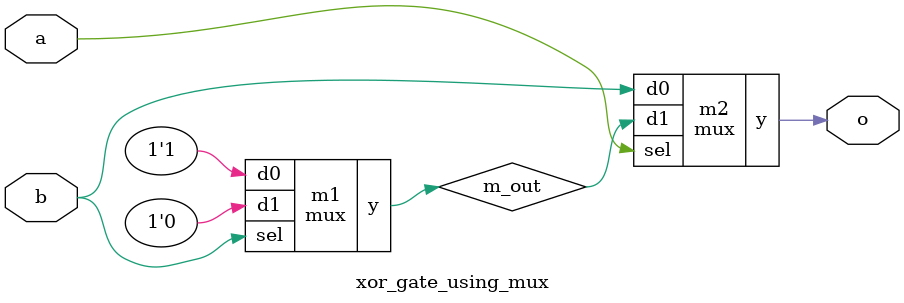
<source format=sv>

module mux
(
  input  d0, d1,
  input  sel,
  output y
);

  assign y = sel ? d1 : d0;

endmodule

//----------------------------------------------------------------------------
// Task
//----------------------------------------------------------------------------

module xor_gate_using_mux
(
    input  a,
    input  b,
    output o
);

  // Task:
  // Implement xor gate using instance(s) of mux,
  // constants 0 and 1, and wire connections

  wire mout;

  mux m1(
    .d0(1'b1),
    .d1(1'b0),
    .sel(b),
    .y(m_out)
  );

  mux m2(
    .d0(b),
    .d1(m_out),
    .sel(a),
    .y(o)
  );

endmodule

</source>
